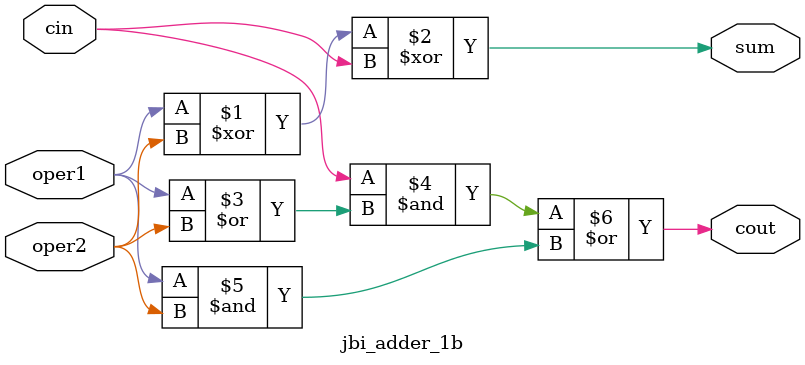
<source format=v>
module jbi_adder_1b(
   cout, sum, 
   oper1, oper2, cin
   );
input   oper1;
input   oper2;
input   cin;
output  cout;
output  sum;
assign  sum = oper1 ^ oper2 ^ cin ;
assign  cout =  ( cin & ( oper1 | oper2 ) ) |
                ( oper1 & oper2 ) ;
endmodule
</source>
